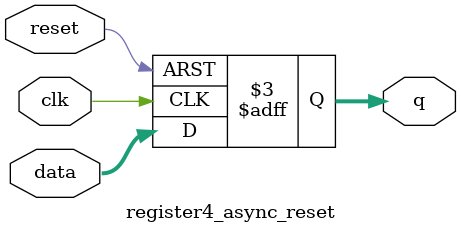
<source format=v>
`timescale 1ns / 1ps
`default_nettype none

module register4_async_reset(
    input  wire clk,
    input  wire reset,
    input  wire [3:0] data,
    output reg [3:0] q
    );

    always @(posedge clk, negedge reset) begin
        if (reset == 1'b0) begin
            q <= 4'b0;
        end else begin
            q <= data;
        end
    end
endmodule

</source>
